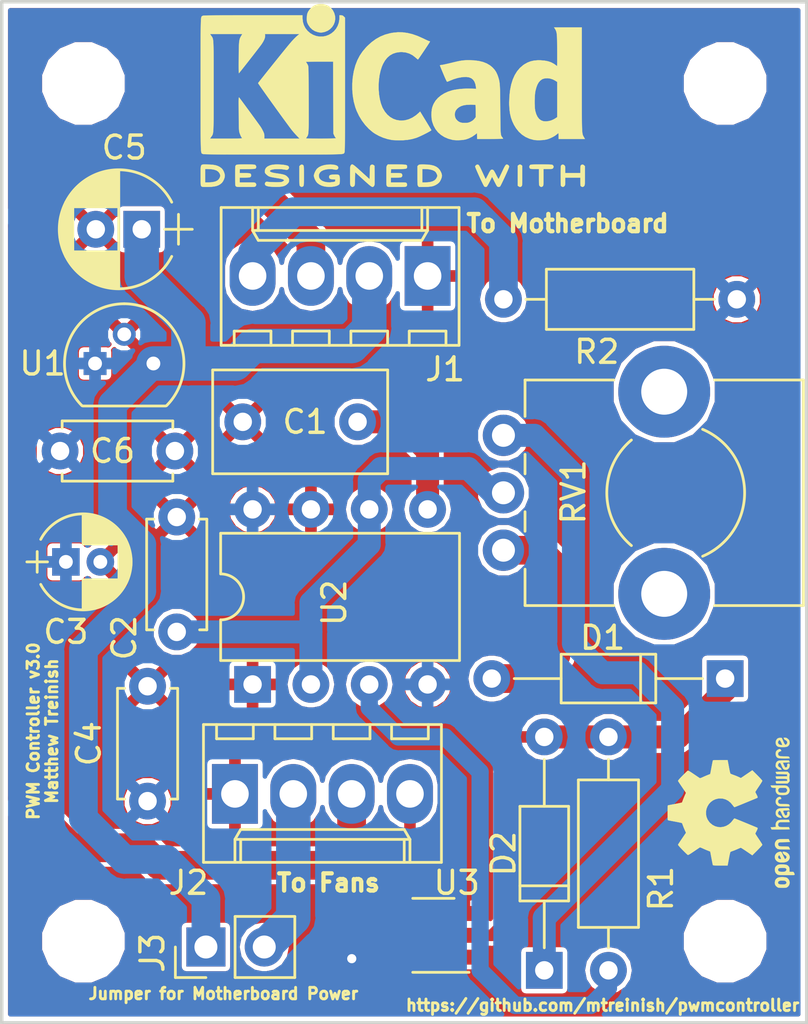
<source format=kicad_pcb>
(kicad_pcb (version 20171130) (host pcbnew 5.0.1)
  (layers (0 F.Cu signal) (31 B.Cu signal) (34 B.Paste user) (35 F.Paste user) (36 B.SilkS user) (37 F.SilkS user) (38 B.Mask user) (39 F.Mask user) (44 Edge.Cuts user))
  (net 0 "")
  (net 1 "Net-(C1-Pad1)")
  (net 2 GND)
  (net 3 /TRIG)
  (net 4 VCC)
  (net 5 /PWM_OUT)
  (net 6 "Net-(D1-Pad2)")
  (net 7 "Net-(D2-Pad1)")
  (net 8 +12V)
  (net 9 /FAN_RPM)
  (net 10 "Net-(J1-Pad4)")
  (net 11 "Net-(R1-Pad2)")
  (net 12 "Net-(J2-Pad4)")
  (net 13 /12V_OUT)
  (module Socket_Strips:Socket_Strip_Straight_1x02_Pitch2.54mm (layer F.Cu) (at 148.336 131.064 90)
    (fp_text reference J3 (at -0.254 -2.33 90) (layer F.SilkS))
    (fp_text value Conn_01x02_Male)
    (pad 2 thru_hole oval (at 0 2.54 90) (size 1.7 1.7) (drill 1) (layers *.Cu *.Mask) (net 13 /12V_OUT))
    (pad 1 thru_hole rect (at 0 0 90) (size 1.7 1.7) (drill 1) (layers *.Cu *.Mask) (net 8 +12V))
  )
  (module Mounting_Holes:MountingHole_3.2mm_M3 (layer F.Cu) (at 143.002 93.472)
    (fp_text reference REF** hide)
    (fp_text value MountingHole_3.2mm_M3)
    (pad 1 np_thru_hole circle (at 0 0) (size 3.2 3.2) (drill 3.2) (layers *.Cu *.Mask))
  )
  (module Mounting_Holes:MountingHole_3.2mm_M3 (layer F.Cu) (at 170.942 93.472)
    (fp_text reference REF** hide)
    (fp_text value MountingHole_3.2mm_M3)
    (pad 1 np_thru_hole circle (at 0 0) (size 3.2 3.2) (drill 3.2) (layers *.Cu *.Mask))
  )
  (module Mounting_Holes:MountingHole_3.2mm_M3 (layer F.Cu) (at 170.942 130.81)
    (fp_text reference REF** hide)
    (fp_text value MountingHole_3.2mm_M3)
    (pad 1 np_thru_hole circle (at 0 0) (size 3.2 3.2) (drill 3.2) (layers *.Cu *.Mask))
  )
  (module Capacitors_THT:CP_Radial_D5.0mm_P2.00mm (layer F.Cu) (at 145.542 99.822 180)
    (fp_text reference C5 (at 0.762 3.556 180) (layer F.SilkS))
    (fp_text value .33uF)
    (pad 2 thru_hole circle (at 2 0 180) (size 1.6 1.6) (drill 0.8) (layers *.Cu *.Mask) (net 2 GND))
    (pad 1 thru_hole rect (at 0 0 180) (size 1.6 1.6) (drill 0.8) (layers *.Cu *.Mask) (net 8 +12V))
  )
  (module Capacitors_THT:C_Disc_D4.7mm_W2.5mm_P5.00mm (layer F.Cu) (at 141.986 109.474)
    (fp_text reference C6 (at 2.286 0) (layer F.SilkS))
    (fp_text value .1uF)
    (pad 2 thru_hole circle (at 5 0) (size 1.6 1.6) (drill 0.8) (layers *.Cu *.Mask) (net 2 GND))
    (pad 1 thru_hole circle (at 0 0) (size 1.6 1.6) (drill 0.8) (layers *.Cu *.Mask) (net 4 VCC))
  )
  (module TO_SOT_Packages_THT:TO-92_Molded_Narrow (layer F.Cu) (at 143.51 105.664)
    (fp_text reference U1 (at -2.286 0) (layer F.SilkS))
    (fp_text value MC78L05_TO92)
    (pad 1 thru_hole rect (at 0 0 90) (size 1 1) (drill 0.6) (layers *.Cu *.Mask) (net 4 VCC))
    (pad 3 thru_hole circle (at 2.54 0 90) (size 1 1) (drill 0.6) (layers *.Cu *.Mask) (net 8 +12V))
    (pad 2 thru_hole circle (at 1.27 -1.27 90) (size 1 1) (drill 0.6) (layers *.Cu *.Mask) (net 2 GND))
  )
  (module Housings_DIP:DIP-8_W7.62mm (layer F.Cu) (at 150.368 119.634 90)
    (fp_text reference U2 (at 3.556 3.556 90) (layer F.SilkS))
    (fp_text value NE555)
    (pad 1 thru_hole rect (at 0 0 90) (size 1.6 1.6) (drill 0.8) (layers *.Cu *.Mask) (net 2 GND))
    (pad 5 thru_hole oval (at 7.62 7.62 90) (size 1.6 1.6) (drill 0.8) (layers *.Cu *.Mask) (net 1 "Net-(C1-Pad1)"))
    (pad 2 thru_hole oval (at 0 2.54 90) (size 1.6 1.6) (drill 0.8) (layers *.Cu *.Mask) (net 3 /TRIG))
    (pad 6 thru_hole oval (at 7.62 5.08 90) (size 1.6 1.6) (drill 0.8) (layers *.Cu *.Mask) (net 3 /TRIG))
    (pad 3 thru_hole oval (at 0 5.08 90) (size 1.6 1.6) (drill 0.8) (layers *.Cu *.Mask) (net 11 "Net-(R1-Pad2)"))
    (pad 7 thru_hole oval (at 7.62 2.54 90) (size 1.6 1.6) (drill 0.8) (layers *.Cu *.Mask) (net 2 GND))
    (pad 4 thru_hole oval (at 0 7.62 90) (size 1.6 1.6) (drill 0.8) (layers *.Cu *.Mask) (net 4 VCC))
    (pad 8 thru_hole oval (at 7.62 0 90) (size 1.6 1.6) (drill 0.8) (layers *.Cu *.Mask) (net 4 VCC))
  )
  (module Capacitors_THT:C_Disc_D7.5mm_W4.4mm_P5.00mm (layer F.Cu) (at 154.94 108.204 180)
    (fp_text reference C1 (at 2.286 0 180) (layer F.SilkS))
    (fp_text value .01uF)
    (pad 1 thru_hole circle (at 0 0 180) (size 1.6 1.6) (drill 0.8) (layers *.Cu *.Mask) (net 1 "Net-(C1-Pad1)"))
    (pad 2 thru_hole circle (at 5 0 180) (size 1.6 1.6) (drill 0.8) (layers *.Cu *.Mask) (net 2 GND))
  )
  (module Capacitors_THT:C_Disc_D4.7mm_W2.5mm_P5.00mm (layer F.Cu) (at 147.066 117.348 90)
    (fp_text reference C2 (at -0.254 -2.286 90) (layer F.SilkS))
    (fp_text value 470pF)
    (pad 1 thru_hole circle (at 0 0 90) (size 1.6 1.6) (drill 0.8) (layers *.Cu *.Mask) (net 3 /TRIG))
    (pad 2 thru_hole circle (at 5 0 90) (size 1.6 1.6) (drill 0.8) (layers *.Cu *.Mask) (net 2 GND))
  )
  (module Capacitors_THT:CP_Radial_D4.0mm_P1.50mm (layer F.Cu) (at 142.24 114.3)
    (fp_text reference C3 (at 0 3.048) (layer F.SilkS))
    (fp_text value 10uF)
    (pad 1 thru_hole rect (at 0 0) (size 1.2 1.2) (drill 0.6) (layers *.Cu *.Mask) (net 4 VCC))
    (pad 2 thru_hole circle (at 1.5 0) (size 1.2 1.2) (drill 0.6) (layers *.Cu *.Mask) (net 2 GND))
  )
  (module Capacitors_THT:C_Disc_D4.7mm_W2.5mm_P5.00mm (layer F.Cu) (at 145.796 124.714 90)
    (fp_text reference C4 (at 2.5 -2.56 90) (layer F.SilkS))
    (fp_text value .1uF)
    (pad 1 thru_hole circle (at 0 0 90) (size 1.6 1.6) (drill 0.8) (layers *.Cu *.Mask) (net 4 VCC))
    (pad 2 thru_hole circle (at 5 0 90) (size 1.6 1.6) (drill 0.8) (layers *.Cu *.Mask) (net 2 GND))
  )
  (module Diodes_THT:D_DO-35_SOD27_P10.16mm_Horizontal (layer F.Cu) (at 170.942 119.38 180)
    (fp_text reference D1 (at 5.334 1.778 180) (layer F.SilkS))
    (fp_text value 1N4148)
    (pad 1 thru_hole rect (at 0 0 180) (size 1.6 1.6) (drill 0.8) (layers *.Cu *.Mask) (net 5 /PWM_OUT))
    (pad 2 thru_hole oval (at 10.16 0 180) (size 1.6 1.6) (drill 0.8) (layers *.Cu *.Mask) (net 6 "Net-(D1-Pad2)"))
  )
  (module Diodes_THT:D_DO-35_SOD27_P10.16mm_Horizontal (layer F.Cu) (at 163.068 132.08 90)
    (fp_text reference D2 (at 5.08 -1.778 90) (layer F.SilkS))
    (fp_text value 1N4148)
    (pad 1 thru_hole rect (at 0 0 90) (size 1.6 1.6) (drill 0.8) (layers *.Cu *.Mask) (net 7 "Net-(D2-Pad1)"))
    (pad 2 thru_hole oval (at 10.16 0 90) (size 1.6 1.6) (drill 0.8) (layers *.Cu *.Mask) (net 5 /PWM_OUT))
  )
  (module Connectors_Molex:Molex_KK-6410-04_04x2.54mm_Straight (layer F.Cu) (at 157.988 101.854 180)
    (fp_text reference J1 (at -0.762 -4.064 180) (layer F.SilkS))
    (fp_text value CONN_01X04)
    (pad 1 thru_hole rect (at 0 0 180) (size 2 2.6) (drill 1.2) (layers *.Cu *.Mask) (net 2 GND))
    (pad 2 thru_hole oval (at 2.54 0 180) (size 2 2.6) (drill 1.2) (layers *.Cu *.Mask) (net 8 +12V))
    (pad 3 thru_hole oval (at 5.08 0 180) (size 2 2.6) (drill 1.2) (layers *.Cu *.Mask) (net 9 /FAN_RPM))
    (pad 4 thru_hole oval (at 7.62 0 180) (size 2 2.6) (drill 1.2) (layers *.Cu *.Mask) (net 10 "Net-(J1-Pad4)"))
  )
  (module Connectors_Molex:Molex_KK-6410-04_04x2.54mm_Straight (layer F.Cu) (at 149.6 124.4)
    (fp_text reference J2 (at -2.026 3.87) (layer F.SilkS))
    (fp_text value CONN_01X04)
    (pad 1 thru_hole rect (at 0 0) (size 2 2.6) (drill 1.2) (layers *.Cu *.Mask) (net 2 GND))
    (pad 2 thru_hole oval (at 2.54 0) (size 2 2.6) (drill 1.2) (layers *.Cu *.Mask) (net 13 /12V_OUT))
    (pad 3 thru_hole oval (at 5.08 0) (size 2 2.6) (drill 1.2) (layers *.Cu *.Mask) (net 9 /FAN_RPM))
    (pad 4 thru_hole oval (at 7.62 0) (size 2 2.6) (drill 1.2) (layers *.Cu *.Mask) (net 12 "Net-(J2-Pad4)"))
  )
  (module Resistors_THT:R_Axial_DIN0207_L6.3mm_D2.5mm_P10.16mm_Horizontal (layer F.Cu) (at 165.862 121.92 270)
    (fp_text reference R1 (at 6.604 -2.286 270) (layer F.SilkS))
    (fp_text value 1K)
    (pad 1 thru_hole circle (at 0 0 270) (size 1.6 1.6) (drill 0.8) (layers *.Cu *.Mask) (net 5 /PWM_OUT))
    (pad 2 thru_hole oval (at 10.16 0 270) (size 1.6 1.6) (drill 0.8) (layers *.Cu *.Mask) (net 11 "Net-(R1-Pad2)"))
  )
  (module Potentiometers:Potentiometer_Bourns_PTV09A-1_Horizontal (layer F.Cu) (at 161.29 113.792)
    (fp_text reference RV1 (at 3.048 -2.54 90) (layer F.SilkS))
    (fp_text value 100k)
    (pad 3 thru_hole circle (at 0 -5) (size 1.8 1.8) (drill 1) (layers *.Cu *.Mask) (net 7 "Net-(D2-Pad1)"))
    (pad 2 thru_hole circle (at 0 -2.5) (size 1.8 1.8) (drill 1) (layers *.Cu *.Mask) (net 3 /TRIG))
    (pad 1 thru_hole circle (at 0 0) (size 1.8 1.8) (drill 1) (layers *.Cu *.Mask) (net 6 "Net-(D1-Pad2)"))
    (pad 0 np_thru_hole circle (at 7 -6.9) (size 4 4) (drill 2) (layers *.Cu *.Mask))
    (pad 0 np_thru_hole circle (at 7 1.9) (size 4 4) (drill 2) (layers *.Cu *.Mask))
  )
  (module Resistors_THT:R_Axial_DIN0207_L6.3mm_D2.5mm_P10.16mm_Horizontal (layer F.Cu) (at 171.45 102.87 180)
    (fp_text reference R2 (at 6.096 -2.286 180) (layer F.SilkS))
    (fp_text value 4.7K)
    (pad 1 thru_hole circle (at 0 0 180) (size 1.6 1.6) (drill 0.8) (layers *.Cu *.Mask) (net 4 VCC))
    (pad 2 thru_hole oval (at 10.16 0 180) (size 1.6 1.6) (drill 0.8) (layers *.Cu *.Mask) (net 10 "Net-(J1-Pad4)"))
  )
  (module TO_SOT_Packages_SMD:SOT-23-5_HandSoldering (layer F.Cu) (at 158.242 130.556 180)
    (fp_text reference U3 (at -1.016 2.286 180) (layer F.SilkS))
    (fp_text value 74AHC1G14)
    (pad 1 smd rect (at -1.35 -0.95 180) (size 1.56 0.65) (layers F.Cu F.Paste F.Mask))
    (pad 2 smd rect (at -1.35 0 180) (size 1.56 0.65) (layers F.Cu F.Paste F.Mask) (net 5 /PWM_OUT))
    (pad 3 smd rect (at -1.35 0.95 180) (size 1.56 0.65) (layers F.Cu F.Paste F.Mask) (net 2 GND))
    (pad 4 smd rect (at 1.35 0.95 180) (size 1.56 0.65) (layers F.Cu F.Paste F.Mask) (net 12 "Net-(J2-Pad4)"))
    (pad 5 smd rect (at 1.35 -0.95 180) (size 1.56 0.65) (layers F.Cu F.Paste F.Mask) (net 4 VCC))
  )
  (module Symbols:KiCad-Logo2_8mm_SilkScreen (layer F.Cu) (at 156.464 93.98)
    (fp_text reference REF*** hide)
    (fp_text value KiCad-Logo2_8mm_SilkScreen hide)
  )
  (module Symbols:OSHW-Logo2_7.3x6mm_SilkScreen (layer F.Cu) (at 171.196 125.222 90)
    (fp_text reference REF*** hide)
    (fp_text value OSHW-Logo2_7.3x6mm_SilkScreen hide)
  )
  (module Mounting_Holes:MountingHole_3.2mm_M3 (layer F.Cu) (at 143.002 130.81)
    (fp_text reference REF** hide)
    (fp_text value MountingHole_3.2mm_M3)
    (pad 1 np_thru_hole circle (at 0 0) (size 3.2 3.2) (drill 3.2) (layers *.Cu *.Mask))
  )
  (gr_text "Jumper for Motherboard Power" (at 149.098 133.096) (layer F.SilkS) (effects (font (size 0.5 0.5) (thickness 0.125))))
  (gr_text "To Motherboard" (at 164.084 99.568) (layer F.SilkS) (effects (font (size 0.75 0.75) (thickness 0.1875))))
  (gr_text "To Fans" (at 153.67 128.27) (layer F.SilkS) (effects (font (size 0.75 0.75) (thickness 0.1875))))
  (gr_text https://github.com/mtreinish/pwmcontroller (at 165.608 133.604) (layer F.SilkS) (effects (font (size 0.5 0.5) (thickness 0.125))))
  (gr_text "PWM Controller v3.0\nMatthew Treinish" (at 141.224 121.666 90) (layer F.SilkS) (effects (font (size 0.5 0.5) (thickness 0.125))))
  (gr_line (start 174.498 89.916) (end 174.244 89.916) (angle 90) (layer Edge.Cuts) (width 0.15))
  (gr_line (start 139.446 89.916) (end 174.498 89.916) (angle 90) (layer Edge.Cuts) (width 0.15))
  (gr_line (start 139.446 134.366) (end 139.446 89.916) (angle 90) (layer Edge.Cuts) (width 0.15))
  (gr_line (start 174.498 134.366) (end 139.446 134.366) (angle 90) (layer Edge.Cuts) (width 0.15))
  (gr_line (start 174.498 89.916) (end 174.498 134.366) (angle 90) (layer Edge.Cuts) (width 0.15))
  (segment (start 154.94 108.204) (end 156.718 108.204) (width 1) (layer F.Cu) (net 1))
  (segment (start 157.988 109.474) (end 157.988 112.014) (width 1) (layer F.Cu) (net 1))
  (segment (start 156.718 108.204) (end 157.988 109.474) (width 1) (layer F.Cu) (net 1))
  (segment (start 161.29 111.292) (end 160.822 111.292) (width 1) (layer B.Cu) (net 3))
  (segment (start 160.822 111.292) (end 159.766 110.236) (width 1) (layer B.Cu) (net 3))
  (segment (start 159.766 110.236) (end 155.956 110.236) (width 1) (layer B.Cu) (net 3))
  (segment (start 155.956 110.236) (end 155.448 110.744) (width 1) (layer B.Cu) (net 3))
  (segment (start 155.448 110.744) (end 155.448 112.014) (width 1) (layer B.Cu) (net 3))
  (segment (start 152.908 119.634) (end 152.908 117.348) (width 1) (layer B.Cu) (net 3))
  (segment (start 147.066 117.348) (end 152.908 117.348) (width 1) (layer B.Cu) (net 3))
  (segment (start 155.448 113.538) (end 155.448 112.014) (width 1) (layer B.Cu) (net 3))
  (segment (start 152.908 117.348) (end 152.908 116.078) (width 1) (layer B.Cu) (net 3))
  (segment (start 152.908 116.078) (end 155.448 113.538) (width 1) (layer B.Cu) (net 3))
  (segment (start 156.892 131.506) (end 154.752 131.506) (width 0.5) (layer F.Cu) (net 4))
  (segment (start 154.686 131.572) (end 154.178 131.572) (width 0.5) (layer B.Cu) (net 4))
  (via (at 154.686 131.572) (size 0.6) (drill 0.4) (layers F.Cu B.Cu) (net 4))
  (segment (start 154.752 131.506) (end 154.686 131.572) (width 0.5) (layer F.Cu) (net 4))
  (segment (start 165.862 121.92) (end 168.91 121.92) (width 1) (layer F.Cu) (net 5))
  (segment (start 168.91 121.92) (end 170.942 119.888) (width 1) (layer F.Cu) (net 5))
  (segment (start 170.942 119.888) (end 170.942 119.38) (width 1) (layer F.Cu) (net 5))
  (segment (start 163.068 121.92) (end 165.862 121.92) (width 1) (layer F.Cu) (net 5))
  (segment (start 163.068 121.92) (end 161.798 121.92) (width 0.5) (layer F.Cu) (net 5))
  (segment (start 160.782 130.556) (end 159.592 130.556) (width 0.5) (layer F.Cu) (net 5))
  (segment (start 161.29 130.048) (end 160.782 130.556) (width 0.5) (layer F.Cu) (net 5))
  (segment (start 161.29 122.428) (end 161.29 130.048) (width 0.5) (layer F.Cu) (net 5))
  (segment (start 161.798 121.92) (end 161.29 122.428) (width 0.5) (layer F.Cu) (net 5))
  (segment (start 170.942 119.888) (end 170.942 119.38) (width 1) (layer F.Cu) (net 5))
  (segment (start 160.782 119.38) (end 162.56 119.38) (width 1.25) (layer F.Cu) (net 6))
  (segment (start 162.814 113.792) (end 161.29 113.792) (width 1.25) (layer F.Cu) (net 6))
  (segment (start 163.576 114.554) (end 162.814 113.792) (width 1.25) (layer F.Cu) (net 6))
  (segment (start 163.576 118.364) (end 163.576 114.554) (width 1.25) (layer F.Cu) (net 6))
  (segment (start 162.56 119.38) (end 163.576 118.364) (width 1.25) (layer F.Cu) (net 6))
  (segment (start 163.068 132.08) (end 163.068 129.794) (width 1) (layer B.Cu) (net 7))
  (segment (start 162.64 108.792) (end 161.29 108.792) (width 1) (layer B.Cu) (net 7))
  (segment (start 164.338 110.49) (end 162.64 108.792) (width 1) (layer B.Cu) (net 7))
  (segment (start 164.338 117.856) (end 164.338 110.49) (width 1) (layer B.Cu) (net 7))
  (segment (start 165.608 119.126) (end 164.338 117.856) (width 1) (layer B.Cu) (net 7))
  (segment (start 167.132 119.126) (end 165.608 119.126) (width 1) (layer B.Cu) (net 7))
  (segment (start 168.656 120.65) (end 167.132 119.126) (width 1) (layer B.Cu) (net 7))
  (segment (start 168.656 124.206) (end 168.656 120.65) (width 1) (layer B.Cu) (net 7))
  (segment (start 163.068 129.794) (end 168.656 124.206) (width 1) (layer B.Cu) (net 7))
  (segment (start 154.686 104.902) (end 155.448 104.14) (width 1.5) (layer B.Cu) (net 8))
  (segment (start 155.448 104.14) (end 155.448 101.854) (width 1.5) (layer B.Cu) (net 8))
  (segment (start 154.686 104.902) (end 150.368 104.902) (width 1.5) (layer B.Cu) (net 8))
  (segment (start 150.368 104.902) (end 149.606 105.664) (width 1.5) (layer B.Cu) (net 8))
  (segment (start 149.606 105.664) (end 147.574 105.664) (width 1.5) (layer B.Cu) (net 8))
  (segment (start 147.574 105.664) (end 146.05 105.664) (width 1.5) (layer B.Cu) (net 8))
  (segment (start 145.542 101.872) (end 145.542 99.822) (width 1.5) (layer B.Cu) (net 8))
  (segment (start 147.574 103.904) (end 145.542 101.872) (width 1.5) (layer B.Cu) (net 8))
  (segment (start 147.574 105.664) (end 147.574 103.904) (width 1.5) (layer B.Cu) (net 8))
  (segment (start 144.272 107.442) (end 146.05 105.664) (width 1.25) (layer B.Cu) (net 8))
  (segment (start 145.542 113.538) (end 144.272 112.268) (width 1.25) (layer B.Cu) (net 8))
  (segment (start 145.542 115.57) (end 145.542 113.538) (width 1.25) (layer B.Cu) (net 8))
  (segment (start 144.272 112.268) (end 144.272 107.442) (width 1.25) (layer B.Cu) (net 8))
  (segment (start 148.336 128.964) (end 146.626 127.254) (width 1.25) (layer B.Cu) (net 8))
  (segment (start 143.002 118.11) (end 145.542 115.57) (width 1.25) (layer B.Cu) (net 8))
  (segment (start 148.336 131.064) (end 148.336 128.964) (width 1.25) (layer B.Cu) (net 8))
  (segment (start 146.626 127.254) (end 144.78 127.254) (width 1.25) (layer B.Cu) (net 8))
  (segment (start 144.78 127.254) (end 143.002 125.476) (width 1.25) (layer B.Cu) (net 8))
  (segment (start 143.002 125.476) (end 143.002 118.11) (width 1.25) (layer B.Cu) (net 8))
  (segment (start 153.67 127.508) (end 154.68 126.498) (width 1.25) (layer F.Cu) (net 9))
  (segment (start 146.304 127.508) (end 153.67 127.508) (width 1.25) (layer F.Cu) (net 9))
  (segment (start 145.542 126.746) (end 146.304 127.508) (width 1.25) (layer F.Cu) (net 9))
  (segment (start 142.494 126.746) (end 145.542 126.746) (width 1.25) (layer F.Cu) (net 9))
  (segment (start 152.908 100.33) (end 149.352 96.774) (width 1.25) (layer F.Cu) (net 9))
  (segment (start 140.34601 99.68399) (end 140.34601 124.59801) (width 1.25) (layer F.Cu) (net 9))
  (segment (start 152.908 101.854) (end 152.908 100.33) (width 1.25) (layer F.Cu) (net 9))
  (segment (start 154.68 126.498) (end 154.68 124.4) (width 1.25) (layer F.Cu) (net 9))
  (segment (start 140.34601 124.59801) (end 142.494 126.746) (width 1.25) (layer F.Cu) (net 9))
  (segment (start 149.352 96.774) (end 143.256 96.774) (width 1.25) (layer F.Cu) (net 9))
  (segment (start 143.256 96.774) (end 140.34601 99.68399) (width 1.25) (layer F.Cu) (net 9))
  (segment (start 150.368 101.854) (end 150.368 100.838) (width 1.25) (layer B.Cu) (net 10))
  (segment (start 150.368 100.838) (end 152.146 99.06) (width 1.25) (layer B.Cu) (net 10))
  (segment (start 152.146 99.06) (end 160.02 99.06) (width 1.25) (layer B.Cu) (net 10))
  (segment (start 160.02 99.06) (end 161.29 100.33) (width 1.25) (layer B.Cu) (net 10))
  (segment (start 161.29 100.33) (end 161.29 102.87) (width 1.25) (layer B.Cu) (net 10))
  (segment (start 164.592 133.604) (end 165.1 133.604) (width 0.75) (layer B.Cu) (net 11))
  (segment (start 155.448 120.65) (end 156.718 121.92) (width 0.75) (layer B.Cu) (net 11))
  (segment (start 156.718 121.92) (end 158.75 121.92) (width 0.75) (layer B.Cu) (net 11))
  (segment (start 158.75 121.92) (end 160.274 123.444) (width 0.75) (layer B.Cu) (net 11))
  (segment (start 160.274 123.444) (end 160.274 132.08) (width 0.75) (layer B.Cu) (net 11))
  (segment (start 160.274 132.08) (end 161.798 133.604) (width 0.75) (layer B.Cu) (net 11))
  (segment (start 161.798 133.604) (end 164.592 133.604) (width 0.75) (layer B.Cu) (net 11))
  (segment (start 155.448 119.634) (end 155.448 120.65) (width 0.75) (layer B.Cu) (net 11))
  (segment (start 165.1 133.604) (end 165.862 132.842) (width 0.75) (layer B.Cu) (net 11))
  (segment (start 165.862 132.842) (end 165.862 132.08) (width 0.75) (layer B.Cu) (net 11))
  (segment (start 156.892 129.606) (end 156.892 127.588) (width 0.5) (layer F.Cu) (net 12))
  (segment (start 157.22 127.26) (end 157.22 124.4) (width 0.5) (layer F.Cu) (net 12))
  (segment (start 156.892 127.588) (end 157.22 127.26) (width 0.5) (layer F.Cu) (net 12))
  (segment (start 152.14 129.8) (end 150.876 131.064) (width 1.5) (layer B.Cu) (net 13))
  (segment (start 152.14 124.4) (end 152.14 129.8) (width 1.5) (layer B.Cu) (net 13))
  (zone (net 2) (net_name GND) (layer F.Cu) (connect_pads (clearance 0.2)) (min_thickness 0.2) (fill yes (arc_segments 16) (thermal_gap 0.25) (thermal_bridge_width 0.508))
    (polygon (pts (xy 174.244 134.112) (xy 139.7 134.112) (xy 139.7 90.17) (xy 174.244 90.17)))
  )
  (zone (net 4) (net_name VCC) (layer B.Cu) (connect_pads (clearance 0.2)) (min_thickness 0.2) (fill yes (arc_segments 16) (thermal_gap 0.25) (thermal_bridge_width 0.508))
    (polygon (pts (xy 174.244 134.112) (xy 139.7 134.112) (xy 139.7 90.17) (xy 174.244 90.17)))
  )
)
</source>
